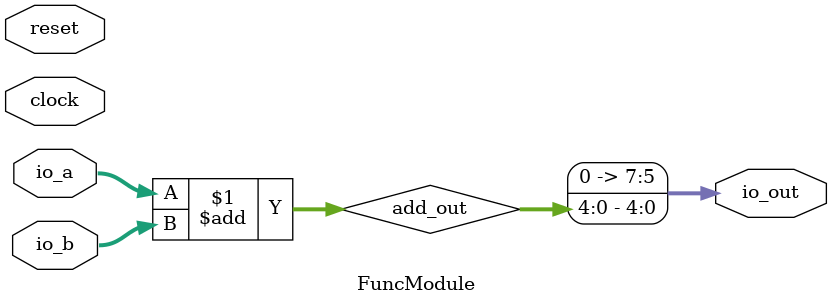
<source format=v>
module FuncModule(
  input        clock,
  input        reset,
  input  [3:0] io_a,
  input  [3:0] io_b,
  output [7:0] io_out
);
  wire [4:0] add_out = io_a + io_b; // @[main.scala 6:15]
  assign io_out = {{3'd0}, add_out}; // @[main.scala 15:12]
endmodule

</source>
